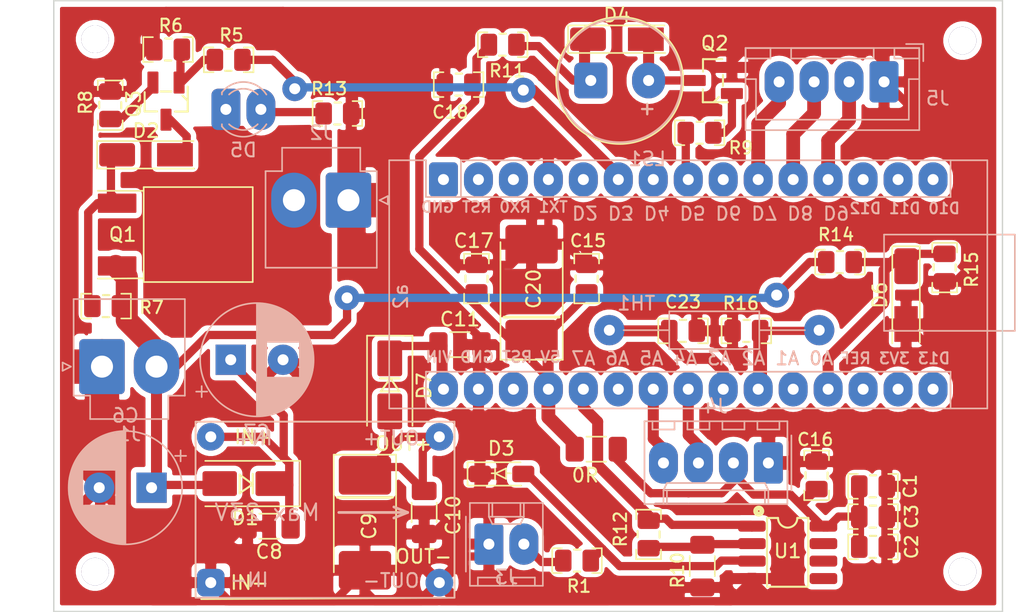
<source format=kicad_pcb>
(kicad_pcb (version 20171130) (host pcbnew "(5.1.10)-1")
  (layers (0 F.Cu signal) (31 B.Cu signal) (34 B.Paste user) (35 F.Paste user) (36 B.SilkS user) (37 F.SilkS user) (38 B.Mask user) (39 F.Mask user) (44 Edge.Cuts user))
  (net 0 "")
  (net 1 /opamp_to_adc)
  (net 2 GND)
  (net 3 /20VDetect)
  (net 4 /env_temp_adc)
  (net 5 /enable_heater)
  (net 6 /enable_env_temp_check)
  (net 7 /sda)
  (net 8 /buzzerPwm)
  (net 9 /scl)
  (net 10 V5.0)
  (net 11 /rot_right)
  (net 12 /V6.0)
  (net 13 /rot_button)
  (net 14 "Net-(C7-Pad1)")
  (net 15 20V)
  (net 16 "Net-(D2-Pad2)")
  (net 17 "Net-(D2-Pad1)")
  (net 18 "Net-(D3-Pad2)")
  (net 19 "Net-(D4-Pad2)")
  (net 20 "Net-(D4-Pad1)")
  (net 21 "Net-(D5-PadK)")
  (net 22 /heaterPower)
  (net 23 /thermal_couple)
  (net 24 "Net-(Q2-PadB)")
  (net 25 "Net-(Q3-PadB)")
  (net 26 "Net-(Q3-PadE)")
  (net 27 "Net-(R10-Pad1)")
  (net 28 "Net-(C10-Pad1)")
  (net 29 /rot_left)
  (net 30 "Net-(a2-Pad1)")
  (net 31 "Net-(a2-Pad17)")
  (net 32 "Net-(a2-Pad2)")
  (net 33 "Net-(a2-Pad18)")
  (net 34 "Net-(a2-Pad3)")
  (net 35 "Net-(a2-Pad20)")
  (net 36 "Net-(a2-Pad5)")
  (net 37 "Net-(a2-Pad7)")
  (net 38 "Net-(a2-Pad9)")
  (net 39 "Net-(a2-Pad25)")
  (net 40 "Net-(a2-Pad28)")
  (net 41 "Net-(a2-Pad13)")
  (net 42 "Net-(a2-Pad14)")
  (net 43 "Net-(a2-Pad15)")
  (net 44 "Net-(a2-Pad16)")
  (module myFootPrintLibs:Arduino_Nano (layer B.Cu) (at 32.1 17 270)
    (fp_text reference a2 (at 8.5 3.1 270) (layer B.SilkS) (effects (justify mirror)))
    (fp_text value Arduino_Nano_v2.x)
    (fp_text user "D2 D3 D4 D5 D6 D7 D8 D9" (at 2.4 -19.4 180 unlocked) (layer B.SilkS) (effects (font (size 0.96 0.96)) (justify mirror)))
    (fp_text user "D10 D11 D12" (at 2.1 -33.5 180) (layer B.SilkS) (effects (font (size 0.78 0.78)) (justify mirror)))
    (fp_text user "D13 3V3 REF" (at 13 -32.8) (layer B.SilkS) (effects (font (size 0.8 0.8)) (justify mirror)))
    (fp_text user "A0 A1 A2 A3 A4 A5 A6 A7" (at 13 -18.8 unlocked) (layer B.SilkS) (effects (font (size 0.96 0.96)) (justify mirror)))
    (fp_text user "5V RST GND VIN" (at 12.9 -3.6) (layer B.SilkS) (effects (font (size 0.8 0.8)) (justify mirror)))
    (fp_text user "TX1 RX0 RST GND" (at 2 -3.7) (layer B.SilkS) (effects (font (size 0.78 0.78)) (justify mirror)))
    (pad 1 thru_hole roundrect (at 0 0 270) (size 2.5 2.1) (drill 0.8) (layers *.Cu *.Mask) (roundrect_rratio 0.15) (net 30 "Net-(a2-Pad1)"))
    (pad 17 thru_hole oval (at 15.24 -33.02 270) (size 2.5 2.1) (drill 0.8) (layers *.Cu *.Mask) (net 31 "Net-(a2-Pad17)"))
    (pad 2 thru_hole oval (at 0 -2.54 270) (size 2.5 2.1) (drill 0.8) (layers *.Cu *.Mask) (net 32 "Net-(a2-Pad2)"))
    (pad 18 thru_hole oval (at 15.24 -30.48 270) (size 2.5 2.1) (drill 0.8) (layers *.Cu *.Mask) (net 33 "Net-(a2-Pad18)"))
    (pad 3 thru_hole oval (at 0 -5.08 270) (size 2.5 2.1) (drill 0.8) (layers *.Cu *.Mask) (net 34 "Net-(a2-Pad3)"))
    (pad 19 thru_hole oval (at 15.24 -27.94 270) (size 2.5 2.1) (drill 0.8) (layers *.Cu *.Mask) (net 3 /20VDetect))
    (pad 4 thru_hole oval (at 0 -7.62 270) (size 2.5 2.1) (drill 0.8) (layers *.Cu *.Mask) (net 2 GND))
    (pad 20 thru_hole oval (at 15.24 -25.4 270) (size 2.5 2.1) (drill 0.8) (layers *.Cu *.Mask) (net 35 "Net-(a2-Pad20)"))
    (pad 5 thru_hole oval (at 0 -10.16 270) (size 2.5 2.1) (drill 0.8) (layers *.Cu *.Mask) (net 36 "Net-(a2-Pad5)"))
    (pad 21 thru_hole oval (at 15.24 -22.86 270) (size 2.5 2.1) (drill 0.8) (layers *.Cu *.Mask) (net 4 /env_temp_adc))
    (pad 6 thru_hole oval (at 0 -12.7 270) (size 2.5 2.1) (drill 0.8) (layers *.Cu *.Mask) (net 5 /enable_heater))
    (pad 22 thru_hole oval (at 15.24 -20.32 270) (size 2.5 2.1) (drill 0.8) (layers *.Cu *.Mask) (net 6 /enable_env_temp_check))
    (pad 7 thru_hole oval (at 0 -15.24 270) (size 2.5 2.1) (drill 0.8) (layers *.Cu *.Mask) (net 37 "Net-(a2-Pad7)"))
    (pad 23 thru_hole oval (at 15.24 -17.78 270) (size 2.5 2.1) (drill 0.8) (layers *.Cu *.Mask) (net 7 /sda))
    (pad 8 thru_hole oval (at 0 -17.78 270) (size 2.5 2.1) (drill 0.8) (layers *.Cu *.Mask) (net 8 /buzzerPwm))
    (pad 24 thru_hole oval (at 15.24 -15.24 270) (size 2.5 2.1) (drill 0.8) (layers *.Cu *.Mask) (net 9 /scl))
    (pad 9 thru_hole oval (at 0 -20.32 270) (size 2.5 2.1) (drill 0.8) (layers *.Cu *.Mask) (net 38 "Net-(a2-Pad9)"))
    (pad 25 thru_hole oval (at 15.24 -12.7 270) (size 2.5 2.1) (drill 0.8) (layers *.Cu *.Mask) (net 39 "Net-(a2-Pad25)"))
    (pad 10 thru_hole oval (at 0 -22.86 270) (size 2.5 2.1) (drill 0.8) (layers *.Cu *.Mask) (net 13 /rot_button))
    (pad 26 thru_hole oval (at 15.24 -10.16 270) (size 2.5 2.1) (drill 0.8) (layers *.Cu *.Mask) (net 1 /opamp_to_adc))
    (pad 11 thru_hole oval (at 0 -25.4 270) (size 2.5 2.1) (drill 0.8) (layers *.Cu *.Mask) (net 29 /rot_left))
    (pad 27 thru_hole oval (at 15.24 -7.62 270) (size 2.5 2.1) (drill 0.8) (layers *.Cu *.Mask) (net 10 V5.0))
    (pad 12 thru_hole oval (at 0 -27.94 270) (size 2.5 2.1) (drill 0.8) (layers *.Cu *.Mask) (net 11 /rot_right))
    (pad 28 thru_hole oval (at 15.24 -5.08 270) (size 2.5 2.1) (drill 0.8) (layers *.Cu *.Mask) (net 40 "Net-(a2-Pad28)"))
    (pad 13 thru_hole oval (at 0 -30.48 270) (size 2.5 2.1) (drill 0.8) (layers *.Cu *.Mask) (net 41 "Net-(a2-Pad13)"))
    (pad 29 thru_hole oval (at 15.24 -2.54 270) (size 2.5 2.1) (drill 0.8) (layers *.Cu *.Mask) (net 2 GND))
    (pad 14 thru_hole oval (at 0 -33.02 270) (size 2.5 2.1) (drill 0.8) (layers *.Cu *.Mask) (net 42 "Net-(a2-Pad14)"))
    (pad 30 thru_hole oval (at 15.24 0 270) (size 2.5 2.1) (drill 0.8) (layers *.Cu *.Mask) (net 12 /V6.0))
    (pad 15 thru_hole oval (at 0 -35.56 270) (size 2.5 2.1) (drill 0.8) (layers *.Cu *.Mask) (net 43 "Net-(a2-Pad15)"))
    (pad 16 thru_hole oval (at 15.24 -35.56 270) (size 2.5 2.1) (drill 0.8) (layers *.Cu *.Mask) (net 44 "Net-(a2-Pad16)"))
  )
  (module myFootPrintLibs:CP_EIA-7343-20_Kemet-V_Pad2.25x2.55mm_HandSolder (layer F.Cu) (at 26.4 41.9 270)
    (fp_text reference C9 (at 0.3 -0.3 90) (layer F.SilkS))
    (fp_text value 220uf)
    (pad 1 smd roundrect (at -3.4 0 270) (size 2.8 3.8) (layers F.Cu F.Paste F.Mask) (roundrect_rratio 0.111) (net 28 "Net-(C10-Pad1)"))
    (pad 2 smd roundrect (at 3.5 0 270) (size 2.8 3.8) (layers F.Cu F.Paste F.Mask) (roundrect_rratio 0.111) (net 2 GND))
  )
  (module myFootPrintLibs:CP_EIA-7343-20_Kemet-V_Pad2.25x2.55mm_HandSolder (layer F.Cu) (at 38.5 25.2 90)
    (fp_text reference C17 (at 3.75 -4.2) (layer F.SilkS))
    (fp_text value 220uf)
    (pad 2 smd roundrect (at 3.5 0 90) (size 2.8 3.8) (layers F.Cu F.Paste F.Mask) (roundrect_rratio 0.111) (net 2 GND))
    (pad 1 smd roundrect (at -3.4 0 90) (size 2.8 3.8) (layers F.Cu F.Paste F.Mask) (roundrect_rratio 0.111) (net 10 V5.0))
  )
  (module myFootPrintLibs:D_MiniMELF_Handsoldering_Zener (layer F.Cu) (at 10.5 15.2)
    (fp_text reference D2 (at 0 -1.75) (layer F.SilkS))
    (fp_text value 5V)
    (pad 2 smd roundrect (at 2.1 0) (size 2.6 1.7) (layers F.Cu F.Paste F.Mask) (roundrect_rratio 0.02) (net 16 "Net-(D2-Pad2)"))
    (pad 1 smd roundrect (at -2.1 0) (size 2.6 1.7) (layers F.Cu F.Paste F.Mask) (roundrect_rratio 0.15) (net 17 "Net-(D2-Pad1)"))
  )
  (module myFootPrintLibs:D_MiniMELF_Handsoldering_Zener (layer F.Cu) (at 65.7 25.4 270)
    (fp_text reference D6 (at 0 1.9 90) (layer F.SilkS))
    (fp_text value 4v)
    (pad 2 smd roundrect (at 2.1 0 270) (size 2.6 1.7) (layers F.Cu F.Paste F.Mask) (roundrect_rratio 0.02) (net 2 GND))
    (pad 1 smd roundrect (at -2.1 0 270) (size 2.6 1.7) (layers F.Cu F.Paste F.Mask) (roundrect_rratio 0.15) (net 3 /20VDetect))
  )
  (module myFootPrintLibs:D_MiniMELF_Handsoldering_Zener (layer F.Cu) (at 44.7 6.8)
    (fp_text reference D4 (at 0 -1.75) (layer F.SilkS))
    (fp_text value 1N4148)
    (pad 1 smd roundrect (at -2.1 0) (size 2.6 1.7) (layers F.Cu F.Paste F.Mask) (roundrect_rratio 0.15) (net 20 "Net-(D4-Pad1)"))
    (pad 2 smd roundrect (at 2.1 0) (size 2.6 1.7) (layers F.Cu F.Paste F.Mask) (roundrect_rratio 0.02) (net 19 "Net-(D4-Pad2)"))
  )
  (module myFootPrintLibs:D_SOD-323 (layer F.Cu) (at 36.3 38.4)
    (fp_text reference D3 (at 0 -1.85) (layer F.SilkS))
    (fp_text value "1N5819 S4")
    (pad 2 smd roundrect (at 1.6 0) (size 1.6 1.2) (layers F.Cu F.Paste F.Mask) (roundrect_rratio 0.2) (net 18 "Net-(D3-Pad2)"))
    (pad 1 smd roundrect (at -1.55 0) (size 1.6 1.2) (layers F.Cu F.Paste F.Mask) (roundrect_rratio 0.2) (net 2 GND))
  )
  (module myFootPrintLibs:D_SMA_Handsoldering (layer F.Cu) (at 28.2 32 270)
    (fp_text reference D7 (at 0 -2.5 270) (layer F.SilkS))
    (fp_text value 1N4007)
    (pad 2 smd roundrect (at 1.85 0 270) (size 2.6 1.8) (layers F.Cu F.Paste F.Mask) (roundrect_rratio 0.1) (net 28 "Net-(C10-Pad1)"))
    (pad 1 smd roundrect (at -2 0 270) (size 2.6 1.8) (layers F.Cu F.Paste F.Mask) (roundrect_rratio 0.1) (net 12 /V6.0))
  )
  (module myFootPrintLibs:D_SMA_Handsoldering (layer F.Cu) (at 17.7 39.1 180)
    (fp_text reference D1 (at 0 -2.5) (layer F.SilkS))
    (fp_text value 1N4007)
    (pad 1 smd roundrect (at -2 0 180) (size 2.5 1.8) (layers F.Cu F.Paste F.Mask) (roundrect_rratio 0.1) (net 14 "Net-(C7-Pad1)"))
    (pad 2 smd roundrect (at 1.85 0 180) (size 2.5 1.8) (layers F.Cu F.Paste F.Mask) (roundrect_rratio 0.1) (net 15 20V))
  )
  (module Resistor_SMD:R_1206_3216Metric_Pad1.30x1.75mm_HandSolder (layer F.Cu) (at 50.9 45.1 270)
    (fp_text reference R10 (at 0.3 1.8 90) (layer F.SilkS) (effects (font (size 0.9 0.9))))
    (fp_text value 1k)
    (pad 2 smd roundrect (at 1.55 0 270) (size 1.3 1.75) (layers F.Cu F.Paste F.Mask) (roundrect_rratio 0.1923069230769231) (net 2 GND))
    (pad 1 smd roundrect (at -1.55 0 270) (size 1.3 1.75) (layers F.Cu F.Paste F.Mask) (roundrect_rratio 0.1923069230769231) (net 27 "Net-(R10-Pad1)"))
  )
  (module myFootPrintLibs:R_C_0805_2012Metric_Pad1.20x1.50mm_HandSolder (layer F.Cu) (at 7.6 26.2)
    (fp_text reference R7 (at 3.3 0.1) (layer F.SilkS) (effects (font (size 0.9 0.9))))
    (fp_text value 2k)
    (pad 2 smd roundrect (at 1 0) (size 1.2 1.6) (layers F.Cu F.Paste F.Mask) (roundrect_rratio 0.208) (net 15 20V))
    (pad 1 smd roundrect (at -1 0) (size 1.2 1.6) (layers F.Cu F.Paste F.Mask) (roundrect_rratio 0.208) (net 17 "Net-(D2-Pad1)"))
  )
  (module myFootPrintLibs:R_C_0805_2012Metric_Pad1.20x1.50mm_HandSolder (layer F.Cu) (at 34.5 24.2 90)
    (fp_text reference C20 (at -0.75 4.15 90) (layer F.SilkS))
    (fp_text value 100nf)
    (pad 2 smd roundrect (at 1 0 90) (size 1.2 1.6) (layers F.Cu F.Paste F.Mask) (roundrect_rratio 0.208) (net 2 GND))
    (pad 1 smd roundrect (at -1 0 90) (size 1.2 1.6) (layers F.Cu F.Paste F.Mask) (roundrect_rratio 0.208) (net 10 V5.0))
  )
  (module myFootPrintLibs:R_C_0805_2012Metric_Pad1.20x1.50mm_HandSolder (layer F.Cu) (at 54.1 28 180)
    (fp_text reference R16 (at 0.4 2) (layer F.SilkS) (effects (font (size 0.9 0.9))))
    (fp_text value 2k)
    (pad 2 smd roundrect (at 1 0 180) (size 1.2 1.6) (layers F.Cu F.Paste F.Mask) (roundrect_rratio 0.208) (net 2 GND))
    (pad 1 smd roundrect (at -1 0 180) (size 1.2 1.6) (layers F.Cu F.Paste F.Mask) (roundrect_rratio 0.208) (net 4 /env_temp_adc))
  )
  (module myFootPrintLibs:R_C_0805_2012Metric_Pad1.20x1.50mm_HandSolder (layer F.Cu) (at 68.5 23.4 270)
    (fp_text reference R15 (at 0.15 -1.95 90) (layer F.SilkS) (effects (font (size 0.9 0.9))))
    (fp_text value 20k)
    (pad 2 smd roundrect (at 1 0 270) (size 1.2 1.6) (layers F.Cu F.Paste F.Mask) (roundrect_rratio 0.208) (net 2 GND))
    (pad 1 smd roundrect (at -1 0 270) (size 1.2 1.6) (layers F.Cu F.Paste F.Mask) (roundrect_rratio 0.208) (net 3 /20VDetect))
  )
  (module myFootPrintLibs:R_C_0805_2012Metric_Pad1.20x1.50mm_HandSolder (layer F.Cu) (at 60.9 23)
    (fp_text reference R14 (at -0.29 -1.99) (layer F.SilkS) (effects (font (size 0.9 0.9))))
    (fp_text value 75k)
    (pad 2 smd roundrect (at 1 0) (size 1.2 1.6) (layers F.Cu F.Paste F.Mask) (roundrect_rratio 0.208) (net 3 /20VDetect))
    (pad 1 smd roundrect (at -1 0) (size 1.2 1.6) (layers F.Cu F.Paste F.Mask) (roundrect_rratio 0.208) (net 15 20V))
  )
  (module myFootPrintLibs:R_C_0805_2012Metric_Pad1.20x1.50mm_HandSolder (layer F.Cu) (at 24.4 12.2 180)
    (fp_text reference R13 (at 0.6 1.8) (layer F.SilkS) (effects (font (size 0.9 0.9))))
    (fp_text value 4k)
    (pad 2 smd roundrect (at 1 0 180) (size 1.2 1.6) (layers F.Cu F.Paste F.Mask) (roundrect_rratio 0.208) (net 21 "Net-(D5-PadK)"))
    (pad 1 smd roundrect (at -1 0 180) (size 1.2 1.6) (layers F.Cu F.Paste F.Mask) (roundrect_rratio 0.208) (net 2 GND))
  )
  (module myFootPrintLibs:R_C_0805_2012Metric_Pad1.20x1.50mm_HandSolder (layer F.Cu) (at 47 42.8 270)
    (fp_text reference R12 (at -0.39 2.05 90) (layer F.SilkS) (effects (font (size 0.9 0.9))))
    (fp_text value 240k)
    (pad 2 smd roundrect (at 1 0 270) (size 1.2 1.6) (layers F.Cu F.Paste F.Mask) (roundrect_rratio 0.208) (net 27 "Net-(R10-Pad1)"))
    (pad 1 smd roundrect (at -1 0 270) (size 1.2 1.6) (layers F.Cu F.Paste F.Mask) (roundrect_rratio 0.208) (net 1 /opamp_to_adc))
  )
  (module myFootPrintLibs:R_C_0805_2012Metric_Pad1.20x1.50mm_HandSolder (layer F.Cu) (at 36.4 7.2)
    (fp_text reference R11 (at 0.33 1.9) (layer F.SilkS) (effects (font (size 0.9 0.9))))
    (fp_text value 280)
    (pad 2 smd roundrect (at 1 0) (size 1.2 1.6) (layers F.Cu F.Paste F.Mask) (roundrect_rratio 0.208) (net 20 "Net-(D4-Pad1)"))
    (pad 1 smd roundrect (at -1 0) (size 1.2 1.6) (layers F.Cu F.Paste F.Mask) (roundrect_rratio 0.208) (net 10 V5.0))
  )
  (module myFootPrintLibs:R_C_0805_2012Metric_Pad1.20x1.50mm_HandSolder (layer F.Cu) (at 50.7 13.6 180)
    (fp_text reference R9 (at -3 -1.1) (layer F.SilkS) (effects (font (size 0.9 0.9))))
    (fp_text value 4k)
    (pad 2 smd roundrect (at 1 0 180) (size 1.2 1.6) (layers F.Cu F.Paste F.Mask) (roundrect_rratio 0.208) (net 8 /buzzerPwm))
    (pad 1 smd roundrect (at -1 0 180) (size 1.2 1.6) (layers F.Cu F.Paste F.Mask) (roundrect_rratio 0.208) (net 24 "Net-(Q2-PadB)"))
  )
  (module myFootPrintLibs:R_C_0805_2012Metric_Pad1.20x1.50mm_HandSolder (layer F.Cu) (at 7.9 11.6 270)
    (fp_text reference R8 (at -0.2 1.8 90) (layer F.SilkS) (effects (font (size 0.9 0.9))))
    (fp_text value 180)
    (pad 2 smd roundrect (at 1 0 270) (size 1.2 1.6) (layers F.Cu F.Paste F.Mask) (roundrect_rratio 0.208) (net 26 "Net-(Q3-PadE)"))
    (pad 1 smd roundrect (at -1 0 270) (size 1.2 1.6) (layers F.Cu F.Paste F.Mask) (roundrect_rratio 0.208) (net 2 GND))
  )
  (module myFootPrintLibs:R_C_0805_2012Metric_Pad1.20x1.50mm_HandSolder (layer F.Cu) (at 12.1 7.55 180)
    (fp_text reference R6 (at -0.2 1.75) (layer F.SilkS) (effects (font (size 0.9 0.9))))
    (fp_text value 18k)
    (pad 2 smd roundrect (at 1 0 180) (size 1.2 1.6) (layers F.Cu F.Paste F.Mask) (roundrect_rratio 0.208) (net 2 GND))
    (pad 1 smd roundrect (at -1 0 180) (size 1.2 1.6) (layers F.Cu F.Paste F.Mask) (roundrect_rratio 0.208) (net 25 "Net-(Q3-PadB)"))
  )
  (module myFootPrintLibs:R_C_0805_2012Metric_Pad1.20x1.50mm_HandSolder (layer F.Cu) (at 16.5 8.3)
    (fp_text reference R5 (at 0.2 -1.8) (layer F.SilkS) (effects (font (size 0.9 0.9))))
    (fp_text value 4k)
    (pad 2 smd roundrect (at 1 0) (size 1.2 1.6) (layers F.Cu F.Paste F.Mask) (roundrect_rratio 0.208) (net 5 /enable_heater))
    (pad 1 smd roundrect (at -1 0) (size 1.2 1.6) (layers F.Cu F.Paste F.Mask) (roundrect_rratio 0.208) (net 25 "Net-(Q3-PadB)"))
  )
  (module myFootPrintLibs:R_C_0805_2012Metric_Pad1.20x1.50mm_HandSolder (layer F.Cu) (at 41.8 44.7 180)
    (fp_text reference R1 (at -0.14 -1.86) (layer F.SilkS) (effects (font (size 0.9 0.9))))
    (fp_text value 10k)
    (pad 2 smd roundrect (at 1 0 180) (size 1.2 1.6) (layers F.Cu F.Paste F.Mask) (roundrect_rratio 0.208) (net 23 /thermal_couple))
    (pad 1 smd roundrect (at -1 0 180) (size 1.2 1.6) (layers F.Cu F.Paste F.Mask) (roundrect_rratio 0.208) (net 18 "Net-(D3-Pad2)"))
  )
  (module myFootPrintLibs:R_C_0805_2012Metric_Pad1.20x1.50mm_HandSolder (layer F.Cu) (at 49.5 28)
    (fp_text reference C23 (at 0 -2.1) (layer F.SilkS) (effects (font (size 0.9 0.9))))
    (fp_text value 100nf)
    (pad 2 smd roundrect (at 1 0) (size 1.2 1.6) (layers F.Cu F.Paste F.Mask) (roundrect_rratio 0.208) (net 2 GND))
    (pad 1 smd roundrect (at -1 0) (size 1.2 1.6) (layers F.Cu F.Paste F.Mask) (roundrect_rratio 0.208) (net 6 /enable_env_temp_check))
  )
  (module myFootPrintLibs:R_C_0805_2012Metric_Pad1.20x1.50mm_HandSolder (layer F.Cu) (at 33.2 10.1 180)
    (fp_text reference C18 (at 0.6 -2) (layer F.SilkS) (effects (font (size 0.9 0.9))))
    (fp_text value 22uf)
    (pad 2 smd roundrect (at 1 0 180) (size 1.2 1.6) (layers F.Cu F.Paste F.Mask) (roundrect_rratio 0.208) (net 2 GND))
    (pad 1 smd roundrect (at -1 0 180) (size 1.2 1.6) (layers F.Cu F.Paste F.Mask) (roundrect_rratio 0.208) (net 10 V5.0))
  )
  (module myFootPrintLibs:R_C_0805_2012Metric_Pad1.20x1.50mm_HandSolder (layer F.Cu) (at 59.2 38.5 90)
    (fp_text reference C16 (at 2.6 -0.1 180) (layer F.SilkS) (effects (font (size 0.9 0.9))))
    (fp_text value 47uf)
    (pad 2 smd roundrect (at 1 0 90) (size 1.2 1.6) (layers F.Cu F.Paste F.Mask) (roundrect_rratio 0.208) (net 2 GND))
    (pad 1 smd roundrect (at -1 0 90) (size 1.2 1.6) (layers F.Cu F.Paste F.Mask) (roundrect_rratio 0.208) (net 10 V5.0))
  )
  (module myFootPrintLibs:R_C_0805_2012Metric_Pad1.20x1.50mm_HandSolder (layer F.Cu) (at 42.5 24.2 90)
    (fp_text reference C15 (at 2.75 0.1) (layer F.SilkS) (effects (font (size 0.9 0.9))))
    (fp_text value 22uf)
    (pad 2 smd roundrect (at 1 0 90) (size 1.2 1.6) (layers F.Cu F.Paste F.Mask) (roundrect_rratio 0.208) (net 2 GND))
    (pad 1 smd roundrect (at -1 0 90) (size 1.2 1.6) (layers F.Cu F.Paste F.Mask) (roundrect_rratio 0.208) (net 10 V5.0))
  )
  (module myFootPrintLibs:R_C_0805_2012Metric_Pad1.20x1.50mm_HandSolder (layer F.Cu) (at 63.3 41.5)
    (fp_text reference C3 (at 2.8 0 90) (layer F.SilkS) (effects (font (size 0.9 0.9))))
    (fp_text value 10nf)
    (pad 2 smd roundrect (at 1 0) (size 1.2 1.6) (layers F.Cu F.Paste F.Mask) (roundrect_rratio 0.208) (net 2 GND))
    (pad 1 smd roundrect (at -1 0) (size 1.2 1.6) (layers F.Cu F.Paste F.Mask) (roundrect_rratio 0.208) (net 10 V5.0))
  )
  (module myFootPrintLibs:R_C_0805_2012Metric_Pad1.20x1.50mm_HandSolder (layer F.Cu) (at 63.3 43.7)
    (fp_text reference C2 (at 2.8 0 270) (layer F.SilkS) (effects (font (size 0.9 0.9))))
    (fp_text value 100nf)
    (pad 2 smd roundrect (at 1 0) (size 1.2 1.6) (layers F.Cu F.Paste F.Mask) (roundrect_rratio 0.208) (net 2 GND))
    (pad 1 smd roundrect (at -1 0) (size 1.2 1.6) (layers F.Cu F.Paste F.Mask) (roundrect_rratio 0.208) (net 10 V5.0))
  )
  (module myFootPrintLibs:R_C_0805_2012Metric_Pad1.20x1.50mm_HandSolder (layer F.Cu) (at 63.3 39.3)
    (fp_text reference C1 (at 2.7 0 90) (layer F.SilkS) (effects (font (size 0.9 0.9))))
    (fp_text value 22uf)
    (pad 2 smd roundrect (at 1 0) (size 1.2 1.6) (layers F.Cu F.Paste F.Mask) (roundrect_rratio 0.208) (net 2 GND))
    (pad 1 smd roundrect (at -1 0) (size 1.2 1.6) (layers F.Cu F.Paste F.Mask) (roundrect_rratio 0.208) (net 10 V5.0))
  )
  (module myFootPrintLibs:TO-252-2 (layer F.Cu) (at 12.8 21)
    (fp_text reference Q1 (at -4 0) (layer F.SilkS))
    (fp_text value AOD403_pmosfet)
    (pad D smd roundrect (at 2 0) (size 6.6 6) (layers F.Cu F.Mask) (roundrect_rratio 0.05) (net 22 /heaterPower))
    (pad S smd roundrect (at -4.4 2.28) (size 2.8 1.4) (layers F.Cu F.Paste F.Mask) (roundrect_rratio 0.05) (net 15 20V))
    (pad G smd roundrect (at -4.4 -2.28) (size 2.8 1.4) (layers F.Cu F.Paste F.Mask) (roundrect_rratio 0.05) (net 17 "Net-(D2-Pad1)"))
  )
  (module Capacitor_SMD:C_1206_3216Metric_Pad1.33x1.80mm_HandSolder (layer F.Cu) (at 43.2 36.6 180)
    (fp_text reference 0R (at 0.8 -1.9) (layer F.SilkS))
    (fp_text value C_1206)
    (pad 1 smd roundrect (at -1.5625 0 180) (size 1.325 1.8) (layers F.Cu F.Paste F.Mask) (roundrect_rratio 0.189) (net 10 V5.0))
    (pad 2 smd roundrect (at 1.5625 0 180) (size 1.325 1.8) (layers F.Cu F.Paste F.Mask) (roundrect_rratio 0.189) (net 10 V5.0))
  )
  (module myFootPrintLibs:mini360_dcdc_buck_module (layer B.Cu) (at 23.5 41)
    (fp_text reference a1 hide)
    (fp_text value mini360_dcdc_stepdown)
    (fp_text user IN+ (at -5.2 -5.2) (layer B.SilkS) (effects (justify mirror)))
    (fp_text user IN+ (at -5.2 -5.3 unlocked) (layer F.SilkS))
    (fp_text user OUT- (at 9.3 3.4 unlocked) (layer F.SilkS) (effects (justify right)))
    (fp_text user IN- (at -4 5.3 unlocked) (layer F.SilkS) (effects (justify right)))
    (fp_text user "Max 23V" (at -4.2 0.2) (layer B.SilkS) (effects (font (size 1.2 1.2)) (justify mirror)))
    (fp_text user OUT+ (at 4.8 -5.2) (layer B.SilkS) (effects (justify mirror)))
    (fp_text user IN- (at -5.5 5.1 unlocked) (layer B.SilkS) (effects (justify mirror)))
    (fp_text user OUT- (at 4.8 5.15 unlocked) (layer B.SilkS) (effects (justify mirror)))
    (fp_text user OUT+ (at 5.7 -4.8 unlocked) (layer F.SilkS))
    (pad 2 thru_hole circle (at -8.3 -5.3) (size 2 2) (drill 0.8) (layers *.Cu *.Mask) (net 14 "Net-(C7-Pad1)"))
    (pad 3 thru_hole circle (at 8.3 -5.3) (size 2 2) (drill 0.8) (layers *.Cu *.Mask) (net 28 "Net-(C10-Pad1)"))
    (pad 4 thru_hole circle (at 8.3 5.3) (size 2 2) (drill 0.8) (layers *.Cu *.Mask) (net 2 GND))
    (pad 1 thru_hole roundrect (at -8.3 5.3) (size 2 2) (drill 0.8) (layers *.Cu *.Mask) (net 2 GND))
  )
  (module myFootPrintLibs:SO-8_3.9x4.9mm_P1.27mm (layer F.Cu) (at 57.1 44.1)
    (fp_text reference U1 (at 0 -0.1 180) (layer F.SilkS))
    (fp_text value MCP6002)
    (pad 8 smd roundrect (at 2.6 -1.905) (size 2 0.8) (layers F.Cu F.Paste F.Mask) (net 10 V5.0))
    (pad 7 smd roundrect (at 2.6 -0.635) (size 2 0.8) (layers F.Cu F.Paste F.Mask))
    (pad 6 smd roundrect (at 2.6 0.635) (size 2 0.8) (layers F.Cu F.Paste F.Mask))
    (pad 5 smd roundrect (at 2.6 1.905) (size 2 0.8) (layers F.Cu F.Paste F.Mask))
    (pad 4 smd roundrect (at -2.6 1.905) (size 2 0.8) (layers F.Cu F.Paste F.Mask) (net 2 GND))
    (pad 3 smd roundrect (at -2.6 0.635) (size 2 0.8) (layers F.Cu F.Paste F.Mask) (net 18 "Net-(D3-Pad2)"))
    (pad 2 smd roundrect (at -2.6 -0.635) (size 2 0.8) (layers F.Cu F.Paste F.Mask) (net 27 "Net-(R10-Pad1)"))
    (pad 1 smd roundrect (at -2.6 -1.905) (size 2 0.8) (layers F.Cu F.Paste F.Mask) (net 1 /opamp_to_adc))
  )
  (module Resistor_THT:R_Axial_DIN0207_L6.3mm_D2.5mm_P15.24mm_Horizontal (layer B.Cu) (at 44.15 27.95)
    (fp_text reference TH1 (at 1.95 -1.95 180) (layer B.SilkS) (effects (justify mirror)))
    (fp_text value "Thermistor_NTC 10k")
    (pad 2 thru_hole circle (at 15.24 0) (size 2.2 2.2) (drill 0.8) (layers *.Cu *.Mask) (net 4 /env_temp_adc))
    (pad 1 thru_hole circle (at 0 0) (size 2.2 2.2) (drill 0.8) (layers *.Cu *.Mask) (net 6 /enable_env_temp_check))
  )
  (module myFootPrintLibs:Molex_KK-254_AE-6410-02A_1x02_P2.54mm_Vertical (layer B.Cu) (at 35.4 43.5)
    (fp_text reference J3 (at 1.27 2.4) (layer B.SilkS) (effects (justify mirror)))
    (fp_text value "Thermo JST_2.54_1X02")
    (pad 1 thru_hole roundrect (at 0 0) (size 2.1 3) (drill 0.8) (layers *.Cu *.Mask) (roundrect_rratio 0.144) (net 2 GND))
    (pad 2 thru_hole oval (at 2.54 0) (size 2.1 3) (drill 0.8) (layers *.Cu *.Mask) (net 23 /thermal_couple))
  )
  (module myFootPrintLibs:CP_Radial_D8.0mm_P3.80mm (layer B.Cu) (at 16.65 30.1)
    (fp_text reference C7 (at 1.9 5.25 180) (layer B.SilkS) (effects (justify mirror)))
    (fp_text value 470uf)
    (pad 2 thru_hole circle (at 3.8 0) (size 2.2 2.2) (drill 0.8) (layers *.Cu *.Mask) (net 2 GND))
    (pad 1 thru_hole rect (at 0 0) (size 2.2 2.2) (drill 0.8) (layers *.Cu *.Mask) (net 14 "Net-(C7-Pad1)"))
  )
  (module myFootPrintLibs:CP_Radial_D8.0mm_P3.80mm (layer B.Cu) (at 10.9 39.4 180)
    (fp_text reference C6 (at 1.9 5.25 180) (layer B.SilkS) (effects (justify mirror)))
    (fp_text value 470uf)
    (pad 2 thru_hole circle (at 3.8 0 180) (size 2.2 2.2) (drill 0.8) (layers *.Cu *.Mask) (net 2 GND))
    (pad 1 thru_hole rect (at 0 0 180) (size 2.2 2.2) (drill 0.8) (layers *.Cu *.Mask) (net 15 20V))
  )
  (module myFootPrintLibs:JST_VH_B2P-VH-B_1x02_P3.96mm_Vertical (layer B.Cu) (at 7.3 30.6)
    (fp_text reference J1 (at 1.98 4.9) (layer B.SilkS) (effects (justify mirror)))
    (fp_text value "VH3.96_1X02 20V Power")
    (pad 2 thru_hole oval (at 3.96 0) (size 3.3 4) (drill 1.6) (layers *.Cu *.Mask) (net 15 20V))
    (pad 1 thru_hole roundrect (at 0 0) (size 3.3 4) (drill 1.6) (layers *.Cu *.Mask) (roundrect_rratio 0.093) (net 2 GND))
  )
  (module myFootPrintLibs:JST_VH_B2P-VH-B_1x02_P3.96mm_Vertical (layer B.Cu) (at 25.2 18.5 180)
    (fp_text reference J2 (at 1.98 4.9) (layer B.SilkS) (effects (justify mirror)))
    (fp_text value "Heater VH3.96_1X02")
    (pad 2 thru_hole oval (at 3.96 0 180) (size 3.3 4) (drill 1.6) (layers *.Cu *.Mask) (net 22 /heaterPower))
    (pad 1 thru_hole roundrect (at 0 0 180) (size 3.3 4) (drill 1.6) (layers *.Cu *.Mask) (roundrect_rratio 0.093) (net 2 GND))
  )
  (module myFootPrintLibs:Molex_KK-254_AE-6410-04A_1x04_P2.54mm_Vertical (layer B.Cu) (at 55.7 37.6 180)
    (fp_text reference J4 (at 3.81 4.12) (layer B.SilkS) (effects (justify mirror)))
    (fp_text value JST_2.54_1X04_LCD)
    (pad 4 thru_hole oval (at 7.62 0 180) (size 2.1 3) (drill 0.8) (layers *.Cu *.Mask) (net 9 /scl))
    (pad 3 thru_hole oval (at 5.08 0 180) (size 2.1 3) (drill 0.8) (layers *.Cu *.Mask) (net 7 /sda))
    (pad 2 thru_hole oval (at 2.54 0 180) (size 2.1 3) (drill 0.8) (layers *.Cu *.Mask) (net 10 V5.0))
    (pad 1 thru_hole roundrect (at 0 0 180) (size 2.1 3) (drill 0.8) (layers *.Cu *.Mask) (roundrect_rratio 0.144) (net 2 GND))
  )
  (module myFootPrintLibs:JST_XH_1x04_P2.54mm_Vertical (layer B.Cu) (at 64.1 9.9 180)
    (fp_text reference J5 (at -3.9 -1.2 180) (layer B.SilkS) (effects (justify mirror)))
    (fp_text value XH2.54_1X04_RotaryEnc)
    (pad 4 thru_hole oval (at 7.62 0 180) (size 2.1 3) (drill 0.8) (layers *.Cu *.Mask) (net 13 /rot_button))
    (pad 3 thru_hole oval (at 5.08 0 180) (size 2.1 3) (drill 0.8) (layers *.Cu *.Mask) (net 29 /rot_left))
    (pad 1 thru_hole roundrect (at 0 0 180) (size 2.1 3) (drill 0.8) (layers *.Cu *.Mask) (roundrect_rratio 0.147) (net 2 GND))
    (pad 2 thru_hole oval (at 2.54 0 180) (size 2.1 3) (drill 0.8) (layers *.Cu *.Mask) (net 11 /rot_right))
  )
  (module myFootPrintLibs:SOT-23_PNP_NPN (layer F.Cu) (at 11.95 11.3 270)
    (fp_text reference Q3 (at 0.2 2.35 90) (layer F.SilkS))
    (fp_text value S8050)
    (pad B smd roundrect (at -1.35 -0.95 270) (size 1.6 0.8) (layers F.Cu F.Paste F.Mask) (roundrect_rratio 0.1) (net 25 "Net-(Q3-PadB)"))
    (pad E smd roundrect (at -1.35 0.95 270) (size 1.6 0.8) (layers F.Cu F.Paste F.Mask) (roundrect_rratio 0.1) (net 26 "Net-(Q3-PadE)"))
    (pad C smd roundrect (at 1.35 0 270) (size 1.6 0.8) (layers F.Cu F.Paste F.Mask) (roundrect_rratio 0.1) (net 16 "Net-(D2-Pad2)"))
  )
  (module myFootPrintLibs:SOT-23_PNP_NPN (layer F.Cu) (at 51.7 9.8 180)
    (fp_text reference Q2 (at -0.1 2.7) (layer F.SilkS))
    (fp_text value S8050)
    (pad B smd roundrect (at -1.35 -0.95 180) (size 1.6 0.8) (layers F.Cu F.Paste F.Mask) (roundrect_rratio 0.1) (net 24 "Net-(Q2-PadB)"))
    (pad E smd roundrect (at -1.35 0.95 180) (size 1.6 0.8) (layers F.Cu F.Paste F.Mask) (roundrect_rratio 0.1) (net 2 GND))
    (pad C smd roundrect (at 1.35 0 180) (size 1.6 0.8) (layers F.Cu F.Paste F.Mask) (roundrect_rratio 0.1) (net 19 "Net-(D4-Pad2)"))
  )
  (module myFootPrintLibs:Buzzer_9x4.2 (layer B.Cu) (at 44.9 9.8)
    (fp_text reference LS1 (at 2 5.7) (layer B.SilkS) (effects (justify mirror)))
    (fp_text value Speaker)
    (fp_text user + (at 2 2) (layer F.SilkS))
    (fp_text user + (at 2 2) (layer B.SilkS) (effects (justify mirror)))
    (pad 1 thru_hole roundrect (at -2.1 0) (size 2.4 2.6) (drill 0.8) (layers *.Cu *.Mask) (roundrect_rratio 0.18) (net 20 "Net-(D4-Pad1)"))
    (pad 2 thru_hole oval (at 2.1 0) (size 2.4 2.6) (drill 0.8) (layers *.Cu *.Mask) (net 19 "Net-(D4-Pad2)"))
  )
  (module myFootPrintLibs:MountingHole_2.0mm (layer F.Cu) (at 69.8 6.9)
    (fp_text reference H4 hide)
    (fp_text value MountingHole hide)
    (pad "" thru_hole circle (at 0 0) (size 2 2) (drill 2) (layers *.Cu *.Mask))
  )
  (module myFootPrintLibs:MountingHole_2.0mm (layer F.Cu) (at 6.8 6.8)
    (fp_text reference H3 hide)
    (fp_text value MountingHole hide)
    (pad "" thru_hole circle (at 0 0) (size 2 2) (drill 2) (layers *.Cu *.Mask))
  )
  (module myFootPrintLibs:MountingHole_2.0mm (layer F.Cu) (at 6.8 45.5)
    (fp_text reference H2 hide)
    (fp_text value MountingHole hide)
    (pad "" thru_hole circle (at 0 0) (size 2 2) (drill 2) (layers *.Cu *.Mask))
  )
  (module myFootPrintLibs:MountingHole_2.0mm (layer F.Cu) (at 69.8 45.5)
    (fp_text reference H1 hide)
    (fp_text value MountingHole hide)
    (pad "" thru_hole circle (at 0 0) (size 2 2) (drill 2) (layers *.Cu *.Mask))
  )
  (module myFootPrintLibs:LED_D3.0mm (layer B.Cu) (at 16.3 11.9)
    (fp_text reference D5 (at 1.27 2.96) (layer B.SilkS) (effects (justify mirror)))
    (fp_text value LED hide)
    (pad K thru_hole oval (at 2.54 0) (size 2.1 3) (drill 0.8) (layers *.Cu *.Mask) (net 21 "Net-(D5-PadK)"))
    (pad A thru_hole roundrect (at 0 0) (size 2.1 3) (drill 0.8) (layers *.Cu *.Mask) (roundrect_rratio 0.22) (net 22 /heaterPower))
  )
  (module Capacitor_SMD:C_1206_3216Metric_Pad1.33x1.80mm_HandSolder (layer F.Cu) (at 33.3 29)
    (fp_text reference C11 (at 0 -1.85) (layer F.SilkS))
    (fp_text value 47uf)
    (pad 2 smd roundrect (at 1.5625 0) (size 1.325 1.8) (layers F.Cu F.Paste F.Mask) (roundrect_rratio 0.1886769811320755) (net 2 GND))
    (pad 1 smd roundrect (at -1.5625 0) (size 1.325 1.8) (layers F.Cu F.Paste F.Mask) (roundrect_rratio 0.1886769811320755) (net 12 /V6.0))
  )
  (module Capacitor_SMD:C_1206_3216Metric_Pad1.33x1.80mm_HandSolder (layer F.Cu) (at 30.7 41.2 270)
    (fp_text reference C10 (at 0.2 -2.1 90) (layer F.SilkS))
    (fp_text value 22uf)
    (pad 2 smd roundrect (at 1.5625 0 270) (size 1.325 1.8) (layers F.Cu F.Paste F.Mask) (roundrect_rratio 0.1886769811320755) (net 2 GND))
    (pad 1 smd roundrect (at -1.5625 0 270) (size 1.325 1.8) (layers F.Cu F.Paste F.Mask) (roundrect_rratio 0.1886769811320755) (net 28 "Net-(C10-Pad1)"))
  )
  (module Capacitor_SMD:C_1206_3216Metric_Pad1.33x1.80mm_HandSolder (layer F.Cu) (at 19.4375 42.2 180)
    (fp_text reference C8 (at 0 -1.85) (layer F.SilkS))
    (fp_text value 22uf)
    (pad 2 smd roundrect (at 1.5625 0 180) (size 1.325 1.8) (layers F.Cu F.Paste F.Mask) (roundrect_rratio 0.1886769811320755) (net 2 GND))
    (pad 1 smd roundrect (at -1.5625 0 180) (size 1.325 1.8) (layers F.Cu F.Paste F.Mask) (roundrect_rratio 0.1886769811320755) (net 14 "Net-(C7-Pad1)"))
  )
  (gr_line (start 72.7 4) (end 72.7 48.4) (layer Edge.Cuts) (width 0.1))
  (gr_line (start 3.8 4) (end 72.7 4) (layer Edge.Cuts) (width 0.1))
  (gr_line (start 3.8 48.4) (end 3.8 4) (layer Edge.Cuts) (width 0.1))
  (gr_line (start 72.7 48.4) (end 3.8 48.4) (layer Edge.Cuts) (width 0.1))
  (segment (start 42.3 32.48) (end 42.26 32.44) (width 0.6) (layer F.Cu) (net 1))
  (segment (start 54.495 42.3) (end 54.5 42.295) (width 0.6) (layer F.Cu) (net 1))
  (segment (start 48.255 41.65) (end 48.705 42.1) (width 0.6) (layer F.Cu) (net 1))
  (segment (start 47.25 41.65) (end 48.255 41.65) (width 0.6) (layer F.Cu) (net 1))
  (segment (start 48.705 42.1) (end 54.4 42.1) (width 0.6) (layer F.Cu) (net 1))
  (segment (start 54.4 42.1) (end 54.5 42.2) (width 0.6) (layer F.Cu) (net 1))
  (segment (start 47.2 41.65) (end 47.25 41.65) (width 0.8) (layer F.Cu) (net 1))
  (segment (start 43.29999 37.74999) (end 47.2 41.65) (width 0.8) (layer F.Cu) (net 1))
  (segment (start 43.29999 34.59999) (end 43.29999 37.74999) (width 0.8) (layer F.Cu) (net 1))
  (segment (start 42.26 33.56) (end 43.29999 34.59999) (width 0.8) (layer F.Cu) (net 1))
  (segment (start 42.26 32.44) (end 42.26 33.56) (width 0.8) (layer F.Cu) (net 1))
  (segment (start 26.1 19.6) (end 26.1 20.2) (width 0.6) (layer F.Cu) (net 2))
  (segment (start 7.3 39.6) (end 7.1 39.8) (width 0.6) (layer F.Cu) (net 2))
  (segment (start 7.3 29.6) (end 7.3 39.6) (width 2) (layer F.Cu) (net 2))
  (segment (start 7.1 39.8) (end 7.1 40.6) (width 0.6) (layer F.Cu) (net 2))
  (segment (start 34.9 32.18) (end 34.64 32.44) (width 0.6) (layer F.Cu) (net 2))
  (segment (start 34.75 29.45) (end 34.75 32.2675) (width 0.8) (layer F.Cu) (net 2))
  (segment (start 50.5 28) (end 53 28) (width 0.6) (layer F.Cu) (net 2))
  (segment (start 39.72 21.28) (end 39.5 21.5) (width 0.6) (layer F.Cu) (net 2))
  (segment (start 39.72 17.2) (end 39.72 21.28) (width 0.6) (layer F.Cu) (net 2))
  (segment (start 39.7 17.18) (end 39.72 17.2) (width 0.6) (layer F.Cu) (net 2))
  (segment (start 55.7 37.6) (end 58.6 37.6) (width 0.6) (layer F.Cu) (net 2))
  (segment (start 68.5 26.4) (end 68.5 24.4) (width 0.6) (layer F.Cu) (net 2))
  (segment (start 67.4 27.5) (end 68.5 26.4) (width 0.6) (layer F.Cu) (net 2))
  (segment (start 65.7 27.5) (end 67.4 27.5) (width 0.6) (layer F.Cu) (net 2))
  (segment (start 12.8 46.3) (end 15.2 46.3) (width 0.6) (layer F.Cu) (net 2))
  (segment (start 7.1 40.6) (end 12.8 46.3) (width 0.6) (layer F.Cu) (net 2))
  (segment (start 7.1 39.4) (end 7.1 40.6) (width 0.6) (layer F.Cu) (net 2))
  (segment (start 7.1 40.6) (end 9.3 42.8) (width 0.6) (layer F.Cu) (net 2))
  (segment (start 27.14999 47.64999) (end 26.3 46.8) (width 0.6) (layer F.Cu) (net 2))
  (segment (start 30.45001 47.64999) (end 27.14999 47.64999) (width 0.6) (layer F.Cu) (net 2))
  (segment (start 26.3 46.8) (end 26.3 44.9) (width 0.6) (layer F.Cu) (net 2))
  (segment (start 31.8 46.3) (end 30.45001 47.64999) (width 0.6) (layer F.Cu) (net 2))
  (segment (start 33.7 44.4) (end 31.8 46.3) (width 0.6) (layer F.Cu) (net 2))
  (segment (start 34.5 44.4) (end 33.7 44.4) (width 0.6) (layer F.Cu) (net 2))
  (segment (start 30.7 45.2) (end 31.8 46.3) (width 0.6) (layer F.Cu) (net 2))
  (segment (start 30.7 42.7625) (end 30.7 45.2) (width 0.6) (layer F.Cu) (net 2))
  (segment (start 10.5 7.6) (end 7.9 10.2) (width 0.6) (layer F.Cu) (net 2))
  (segment (start 10.5 6.2) (end 10.5 7.6) (width 0.6) (layer F.Cu) (net 2))
  (segment (start 11.94999 4.75001) (end 10.5 6.2) (width 0.6) (layer F.Cu) (net 2))
  (segment (start 20.45001 4.75001) (end 11.94999 4.75001) (width 0.6) (layer F.Cu) (net 2))
  (segment (start 25.5 12.4) (end 25.6 12.3) (width 0.6) (layer F.Cu) (net 2))
  (segment (start 24.9 18.6) (end 27.6 18.6) (width 2) (layer F.Cu) (net 2))
  (segment (start 24.15001 47.64999) (end 26.9 44.9) (width 0.6) (layer F.Cu) (net 2))
  (segment (start 15.2 46.3) (end 16.54999 47.64999) (width 0.6) (layer F.Cu) (net 2))
  (segment (start 9.3 42.3) (end 17.5375 42.3) (width 0.6) (layer F.Cu) (net 2))
  (segment (start 15.2 44.6375) (end 15.2 46.64999) (width 0.6) (layer F.Cu) (net 2))
  (segment (start 17.5375 42.3) (end 15.2 44.6375) (width 0.6) (layer F.Cu) (net 2))
  (segment (start 64.35 39.3) (end 64.35 43.7) (width 0.8) (layer F.Cu) (net 2))
  (segment (start 64.3 39.3) (end 64.3 37.6) (width 0.6) (layer F.Cu) (net 2))
  (segment (start 64.3 37.6) (end 55.7 37.6) (width 0.6) (layer F.Cu) (net 2))
  (segment (start 30.9375 43) (end 30.7 42.7625) (width 0.6) (layer F.Cu) (net 2))
  (segment (start 31.1 43) (end 30.9375 43) (width 0.6) (layer F.Cu) (net 2))
  (segment (start 35.05 39.05) (end 31.1 43) (width 0.6) (layer F.Cu) (net 2))
  (segment (start 35.05 38.4) (end 35.05 39.05) (width 0.6) (layer F.Cu) (net 2))
  (segment (start 25.6 9.9) (end 20.45001 4.75001) (width 0.6) (layer F.Cu) (net 2))
  (segment (start 25.6 12.3) (end 25.6 9.9) (width 0.6) (layer F.Cu) (net 2))
  (segment (start 45.3 23.2) (end 42.5 23.2) (width 0.6) (layer F.Cu) (net 2))
  (segment (start 41 21.7) (end 42.5 23.2) (width 0.6) (layer F.Cu) (net 2))
  (segment (start 38.5 21.7) (end 41 21.7) (width 0.6) (layer F.Cu) (net 2))
  (segment (start 37 23.2) (end 38.5 21.7) (width 0.6) (layer F.Cu) (net 2))
  (segment (start 34.5 23.2) (end 37 23.2) (width 0.6) (layer F.Cu) (net 2))
  (segment (start 52.95501 47.64999) (end 33.14999 47.64999) (width 0.6) (layer F.Cu) (net 2))
  (segment (start 54.5 46.105) (end 52.95501 47.64999) (width 0.6) (layer F.Cu) (net 2))
  (segment (start 55.495 47.1) (end 54.5 46.105) (width 0.6) (layer F.Cu) (net 2))
  (segment (start 58.522192 47.1) (end 55.495 47.1) (width 0.6) (layer F.Cu) (net 2))
  (segment (start 58.527202 47.10501) (end 58.522192 47.1) (width 0.6) (layer F.Cu) (net 2))
  (segment (start 33.14999 47.64999) (end 31.8 46.3) (width 0.6) (layer F.Cu) (net 2))
  (segment (start 60.877808 47.1) (end 60.872798 47.10501) (width 0.6) (layer F.Cu) (net 2))
  (segment (start 62.8 47.1) (end 60.877808 47.1) (width 0.6) (layer F.Cu) (net 2))
  (segment (start 60.872798 47.10501) (end 58.527202 47.10501) (width 0.6) (layer F.Cu) (net 2))
  (segment (start 64.4 45.5) (end 62.8 47.1) (width 0.6) (layer F.Cu) (net 2))
  (segment (start 64.4 43.8) (end 64.4 45.5) (width 0.6) (layer F.Cu) (net 2))
  (segment (start 64.3 43.7) (end 64.4 43.8) (width 0.6) (layer F.Cu) (net 2))
  (segment (start 64.6 10.1) (end 64.7 10.2) (width 0.6) (layer F.Cu) (net 2))
  (segment (start 70.00001 23.69999) (end 69.3 24.4) (width 0.6) (layer F.Cu) (net 2))
  (segment (start 64.5 10.2) (end 70.00001 15.70001) (width 0.6) (layer F.Cu) (net 2))
  (segment (start 70.00001 15.70001) (end 70.00001 23.69999) (width 0.6) (layer F.Cu) (net 2))
  (segment (start 64 10.1) (end 64.1 10.2) (width 0.6) (layer F.Cu) (net 2))
  (segment (start 64 8.4) (end 64 10.1) (width 0.6) (layer F.Cu) (net 2))
  (segment (start 69.3 24.4) (end 68.5 24.4) (width 0.6) (layer F.Cu) (net 2))
  (segment (start 64.1 10.2) (end 64.5 10.2) (width 0.6) (layer F.Cu) (net 2))
  (segment (start 54.8 6.7) (end 62.3 6.7) (width 0.6) (layer F.Cu) (net 2))
  (segment (start 62.3 6.7) (end 64 8.4) (width 0.6) (layer F.Cu) (net 2))
  (segment (start 53.05 8.45) (end 54.8 6.7) (width 0.6) (layer F.Cu) (net 2))
  (segment (start 53.05 8.85) (end 53.05 8.45) (width 0.6) (layer F.Cu) (net 2))
  (segment (start 11 47.65) (end 44 47.65) (width 0.6) (layer F.Cu) (net 2))
  (segment (start 16.54999 47.64999) (end 17.25001 47.64999) (width 0.6) (layer F.Cu) (net 2))
  (segment (start 17.25001 47.64999) (end 24.15001 47.64999) (width 0.6) (layer F.Cu) (net 2))
  (segment (start 27.8 26.1) (end 27.8 18.8) (width 0.6) (layer F.Cu) (net 2))
  (segment (start 23.6 30.3) (end 27.8 26.1) (width 0.6) (layer F.Cu) (net 2))
  (segment (start 27.8 18.8) (end 27.6 18.6) (width 0.6) (layer F.Cu) (net 2))
  (segment (start 20.45 30.3) (end 23.6 30.3) (width 0.6) (layer F.Cu) (net 2))
  (segment (start 34.8625 29.325) (end 34.9 29.3625) (width 0.6) (layer F.Cu) (net 2))
  (segment (start 34.8625 28.6) (end 34.8625 29.325) (width 0.6) (layer F.Cu) (net 2))
  (segment (start 27.8125 21.55) (end 34.8625 28.6) (width 0.6) (layer F.Cu) (net 2))
  (segment (start 27.8 21.55) (end 27.8125 21.55) (width 0.6) (layer F.Cu) (net 2))
  (segment (start 69.41001 33.164877) (end 64.974887 37.6) (width 0.6) (layer F.Cu) (net 2))
  (segment (start 69.41001 31.315123) (end 69.41001 33.164877) (width 0.6) (layer F.Cu) (net 2))
  (segment (start 64.974887 37.6) (end 64.3 37.6) (width 0.6) (layer F.Cu) (net 2))
  (segment (start 69.4 31.305113) (end 69.41001 31.315123) (width 0.6) (layer F.Cu) (net 2))
  (segment (start 69.4 31.2) (end 69.4 31.305113) (width 0.6) (layer F.Cu) (net 2))
  (segment (start 65.7 27.5) (end 69.4 31.2) (width 0.6) (layer F.Cu) (net 2))
  (segment (start 68.5 22.4) (end 68 22.4) (width 0.6) (layer F.Cu) (net 3))
  (segment (start 66.6 22.4) (end 65.7 23.3) (width 0.6) (layer F.Cu) (net 3))
  (segment (start 68.5 22.4) (end 66.6 22.4) (width 0.6) (layer F.Cu) (net 3))
  (segment (start 61.9 23.2) (end 61.9 23) (width 0.6) (layer F.Cu) (net 3))
  (segment (start 61.7 23.4) (end 61.9 23.2) (width 0.6) (layer F.Cu) (net 3))
  (segment (start 65.4 23) (end 65.7 23.3) (width 0.6) (layer F.Cu) (net 3))
  (segment (start 61.9 23) (end 65.4 23) (width 0.6) (layer F.Cu) (net 3))
  (segment (start 64.1 23.6) (end 64.9 22.8) (width 0.8) (layer F.Cu) (net 3))
  (segment (start 64.1 25.838528) (end 64.1 23.6) (width 0.8) (layer F.Cu) (net 3))
  (segment (start 64.04999 25.888538) (end 64.1 25.838528) (width 0.8) (layer F.Cu) (net 3))
  (segment (start 64.04999 26.00001) (end 64.04999 25.888538) (width 0.8) (layer F.Cu) (net 3))
  (segment (start 60.04 30.01) (end 64.04999 26.00001) (width 0.8) (layer F.Cu) (net 3))
  (segment (start 60.04 32.44) (end 60.04 30.01) (width 0.8) (layer F.Cu) (net 3))
  (segment (start 55 28) (end 59.34 28) (width 0.6) (layer F.Cu) (net 4))
  (segment (start 55.1 28.1) (end 55 28) (width 0.6) (layer F.Cu) (net 4))
  (segment (start 55.1 32.3) (end 55.1 28.1) (width 1) (layer F.Cu) (net 4))
  (segment (start 54.96 32.44) (end 55.1 32.3) (width 0.6) (layer F.Cu) (net 4))
  (via (at 21.3 10.4) (size 1.8) (drill 0.8) (layers F.Cu B.Cu) (net 5))
  (via (at 37.9 10.5) (size 1.8) (drill 0.8) (layers F.Cu B.Cu) (net 5))
  (segment (start 38.2 10.3) (end 21.3 10.3) (width 0.6) (layer B.Cu) (net 5))
  (segment (start 19.7 8.3) (end 17.5 8.3) (width 0.6) (layer F.Cu) (net 5))
  (segment (start 21.2 9.8) (end 19.7 8.3) (width 0.6) (layer F.Cu) (net 5))
  (segment (start 21.3 9.8) (end 21.2 9.8) (width 0.6) (layer F.Cu) (net 5))
  (segment (start 38.3 10.3) (end 38.3 10.1) (width 0.6) (layer F.Cu) (net 5))
  (segment (start 44.8 17.2) (end 44.8 16.8) (width 0.6) (layer F.Cu) (net 5))
  (segment (start 38.6 10.5) (end 37.9 10.5) (width 0.8) (layer F.Cu) (net 5))
  (segment (start 44.85 16.75) (end 38.6 10.5) (width 0.8) (layer F.Cu) (net 5))
  (segment (start 44.1 28) (end 47.7 28) (width 0.8) (layer F.Cu) (net 6))
  (segment (start 51.5 30) (end 52.42 30.92) (width 0.8) (layer F.Cu) (net 6))
  (segment (start 49.8 30) (end 51.5 30) (width 0.8) (layer F.Cu) (net 6))
  (segment (start 52.42 30.92) (end 52.42 32.44) (width 0.8) (layer F.Cu) (net 6))
  (segment (start 47.8 28) (end 49.8 30) (width 0.8) (layer F.Cu) (net 6))
  (segment (start 48.5 28) (end 47.7 28) (width 0.6) (layer F.Cu) (net 6))
  (segment (start 49.88 32.44) (end 50.1 32.66) (width 0.6) (layer F.Cu) (net 7))
  (segment (start 50.62 37.4) (end 50.42 37.6) (width 0.6) (layer F.Cu) (net 7))
  (segment (start 50.62 36.32) (end 50.62 37.4) (width 0.6) (layer F.Cu) (net 7))
  (segment (start 49.88 35.58) (end 50.62 36.32) (width 0.8) (layer F.Cu) (net 7))
  (segment (start 49.88 32.44) (end 49.88 35.58) (width 0.8) (layer F.Cu) (net 7))
  (segment (start 49.7 17.02) (end 49.88 17.2) (width 0.6) (layer F.Cu) (net 8))
  (segment (start 49.9 17.18) (end 49.88 17.2) (width 0.6) (layer F.Cu) (net 8))
  (segment (start 49.7 13.6) (end 49.7 17.18) (width 0.6) (layer F.Cu) (net 8))
  (segment (start 47.54 32.64) (end 47.34 32.44) (width 0.6) (layer F.Cu) (net 9))
  (segment (start 48.08 37.6) (end 47.88 37.6) (width 0.6) (layer F.Cu) (net 9))
  (segment (start 48.1 36.6) (end 48.1 37.6) (width 0.6) (layer F.Cu) (net 9))
  (segment (start 47.34 35.84) (end 48.1 36.6) (width 0.8) (layer F.Cu) (net 9))
  (segment (start 47.34 32.44) (end 47.34 35.84) (width 0.8) (layer F.Cu) (net 9))
  (segment (start 41.7375 36.3075) (end 41.7375 36.4) (width 0.6) (layer F.Cu) (net 10))
  (segment (start 39.72 34.29) (end 41.7375 36.3075) (width 1) (layer F.Cu) (net 10))
  (segment (start 39.72 32.44) (end 39.72 34.29) (width 1) (layer F.Cu) (net 10))
  (segment (start 41.7375 36.5625) (end 41.7375 36.4) (width 0.6) (layer F.Cu) (net 10))
  (segment (start 53.16 38.94) (end 53.16 37.6) (width 0.6) (layer F.Cu) (net 10))
  (segment (start 52.29999 39.80001) (end 53.16 38.94) (width 0.6) (layer F.Cu) (net 10))
  (segment (start 49.895123 39.80001) (end 52.29999 39.80001) (width 0.6) (layer F.Cu) (net 10))
  (segment (start 49.895113 39.8) (end 49.895123 39.80001) (width 0.6) (layer F.Cu) (net 10))
  (segment (start 47.155113 39.8) (end 49.895113 39.8) (width 0.6) (layer F.Cu) (net 10))
  (segment (start 44.6625 37.307387) (end 47.155113 39.8) (width 0.6) (layer F.Cu) (net 10))
  (segment (start 44.6625 36.4) (end 44.6625 37.307387) (width 0.6) (layer F.Cu) (net 10))
  (segment (start 62.25 39.3) (end 62.25 43.7) (width 0.8) (layer F.Cu) (net 10))
  (segment (start 39.5 32.22) (end 39.72 32.44) (width 0.6) (layer F.Cu) (net 10))
  (segment (start 39.7 28.6) (end 39.7 32.42) (width 0.8) (layer F.Cu) (net 10))
  (segment (start 39.72 32.44) (end 39.72 31.42) (width 0.6) (layer F.Cu) (net 10))
  (segment (start 42.5 25.4) (end 39.5 28.4) (width 0.6) (layer F.Cu) (net 10))
  (segment (start 34.5 25.4) (end 34.1 25.8) (width 0.6) (layer F.Cu) (net 10))
  (segment (start 34.5 25.2) (end 34.5 25.4) (width 0.6) (layer F.Cu) (net 10))
  (segment (start 39.72 31.42) (end 34.1 25.8) (width 0.6) (layer F.Cu) (net 10))
  (segment (start 59.1975 39.4025) (end 58.1 40.5) (width 0.8) (layer F.Cu) (net 10))
  (segment (start 59.2 39.5) (end 59.1 39.5) (width 0.6) (layer F.Cu) (net 10))
  (segment (start 53.16 38.422824) (end 53.16 37.6) (width 0.6) (layer F.Cu) (net 10))
  (segment (start 54.637176 39.9) (end 53.16 38.422824) (width 0.6) (layer F.Cu) (net 10))
  (segment (start 57.305 39.9) (end 54.637176 39.9) (width 0.6) (layer F.Cu) (net 10))
  (segment (start 59.7 42.295) (end 57.305 39.9) (width 0.6) (layer F.Cu) (net 10))
  (segment (start 60.8 41.5) (end 62.3 41.5) (width 0.6) (layer F.Cu) (net 10))
  (segment (start 60.005 42.295) (end 60.8 41.5) (width 0.6) (layer F.Cu) (net 10))
  (segment (start 59.7 42.295) (end 60.005 42.295) (width 0.6) (layer F.Cu) (net 10))
  (segment (start 35.4 7.3) (end 35.4 7.5) (width 0.6) (layer F.Cu) (net 10))
  (segment (start 34.5 8.2) (end 35.4 7.3) (width 0.6) (layer F.Cu) (net 10))
  (segment (start 34.5 9.8) (end 34.5 8.2) (width 0.6) (layer F.Cu) (net 10))
  (segment (start 34.4 11.3) (end 34.4 10.1) (width 0.6) (layer F.Cu) (net 10))
  (segment (start 30.35 15.35) (end 34.4 11.3) (width 0.6) (layer F.Cu) (net 10))
  (segment (start 30.35 22.05) (end 30.35 15.35) (width 0.6) (layer F.Cu) (net 10))
  (segment (start 34.1 25.8) (end 30.35 22.05) (width 0.6) (layer F.Cu) (net 10))
  (segment (start 60.04 14.16) (end 60.04 17.2) (width 1) (layer F.Cu) (net 11))
  (segment (start 61.56 12.64) (end 60.04 14.16) (width 1) (layer F.Cu) (net 11))
  (segment (start 61.56 10.2) (end 61.56 12.64) (width 1) (layer F.Cu) (net 11))
  (segment (start 32.1375 32.4025) (end 32.1 32.44) (width 0.6) (layer F.Cu) (net 12))
  (segment (start 32 29) (end 32 32.4025) (width 0.8) (layer F.Cu) (net 12))
  (segment (start 27.8 29.1) (end 28.34 29.64) (width 0.6) (layer F.Cu) (net 12))
  (segment (start 27.8 29.1) (end 32.1 29.1) (width 0.6) (layer F.Cu) (net 12))
  (segment (start 54.96 12.94) (end 54.96 17.2) (width 1) (layer F.Cu) (net 13))
  (segment (start 56.48 11.42) (end 54.96 12.94) (width 1) (layer F.Cu) (net 13))
  (segment (start 56.48 10.2) (end 56.48 11.42) (width 1) (layer F.Cu) (net 13))
  (segment (start 20.85 37.55) (end 20.9 37.6) (width 0.6) (layer F.Cu) (net 14))
  (segment (start 19 35.7) (end 15.2 35.7) (width 0.6) (layer F.Cu) (net 14))
  (segment (start 20.85 37.55) (end 19 35.7) (width 0.6) (layer F.Cu) (net 14))
  (segment (start 20.8 39.1) (end 20.9 39.2) (width 0.6) (layer F.Cu) (net 14))
  (segment (start 20 39.1) (end 20.8 39.1) (width 0.6) (layer F.Cu) (net 14))
  (segment (start 20.9 39.2) (end 20.9 41.6) (width 0.6) (layer F.Cu) (net 14))
  (segment (start 20.9 37.6) (end 20.9 39.2) (width 0.6) (layer F.Cu) (net 14))
  (segment (start 20.5 37.2) (end 20.85 37.55) (width 0.6) (layer F.Cu) (net 14))
  (segment (start 20.5 34.15) (end 20.5 37.2) (width 0.6) (layer F.Cu) (net 14))
  (segment (start 16.65 30.3) (end 20.5 34.15) (width 0.6) (layer F.Cu) (net 14))
  (via (at 56.3 25.4) (size 1.8) (drill 0.8) (layers F.Cu B.Cu) (net 15))
  (segment (start 16.5 39.2) (end 16.7 39.4) (width 0.6) (layer F.Cu) (net 15))
  (segment (start 10.5 39.2) (end 16.5 39.2) (width 0.6) (layer F.Cu) (net 15))
  (segment (start 11.26 38.76) (end 11.5 39) (width 0.6) (layer F.Cu) (net 15))
  (segment (start 11.26 29.6) (end 11.26 38.76) (width 0.8) (layer F.Cu) (net 15))
  (via (at 25.1 25.6) (size 1.8) (drill 0.8) (layers F.Cu B.Cu) (net 15))
  (segment (start 11.26 29.6) (end 12.2 29.6) (width 0.6) (layer F.Cu) (net 15))
  (segment (start 55.7 25.6) (end 56.3 25) (width 0.6) (layer B.Cu) (net 15))
  (segment (start 25.1 25.6) (end 55.7 25.6) (width 0.6) (layer B.Cu) (net 15))
  (segment (start 11.3 29.56) (end 11.3 29.432706) (width 1.6) (layer F.Cu) (net 15))
  (segment (start 11.3 29.432706) (end 9.267284 27.39999) (width 1.6) (layer F.Cu) (net 15))
  (segment (start 11.26 29.6) (end 11.3 29.56) (width 1.6) (layer F.Cu) (net 15))
  (segment (start 9.1 24.08) (end 8.3 23.28) (width 1.6) (layer F.Cu) (net 15))
  (segment (start 9.1 27.232706) (end 9.1 24.08) (width 1.6) (layer F.Cu) (net 15))
  (segment (start 58.7 23) (end 59.9 23) (width 0.6) (layer F.Cu) (net 15))
  (segment (start 56.3 25.4) (end 58.7 23) (width 0.6) (layer F.Cu) (net 15))
  (segment (start 12.689998 30.6) (end 11.26 30.6) (width 0.6) (layer F.Cu) (net 15))
  (segment (start 14.989999 28.299999) (end 12.689998 30.6) (width 0.6) (layer F.Cu) (net 15))
  (segment (start 24 28.3) (end 14.989999 28.299999) (width 0.6) (layer F.Cu) (net 15))
  (segment (start 25.1 27.2) (end 24 28.3) (width 0.6) (layer F.Cu) (net 15))
  (segment (start 25.1 25.6) (end 25.1 27.2) (width 0.6) (layer F.Cu) (net 15))
  (segment (start 13.45 13.85) (end 11.95 12.35) (width 0.6) (layer F.Cu) (net 16))
  (segment (start 13.45 15.4) (end 13.45 13.85) (width 0.6) (layer F.Cu) (net 16))
  (segment (start 7.95 18.05) (end 7.95 15.4) (width 0.6) (layer F.Cu) (net 17))
  (segment (start 8.62 18.72) (end 7.95 18.05) (width 0.6) (layer F.Cu) (net 17))
  (segment (start 6.3 25.8) (end 6.7 26.2) (width 0.6) (layer F.Cu) (net 17))
  (segment (start 6.3 19.4) (end 6.3 25.8) (width 0.6) (layer F.Cu) (net 17))
  (segment (start 6.98 18.72) (end 6.3 19.4) (width 0.6) (layer F.Cu) (net 17))
  (segment (start 8.3 18.72) (end 6.98 18.72) (width 0.6) (layer F.Cu) (net 17))
  (segment (start 42.9 45) (end 43.1 45) (width 0.6) (layer F.Cu) (net 18))
  (segment (start 37.55 38.4) (end 38.2 38.4) (width 0.6) (layer F.Cu) (net 18))
  (segment (start 42.8 44.7) (end 43.65 43.85) (width 0.6) (layer F.Cu) (net 18))
  (segment (start 38.2 38.4) (end 43.65 43.85) (width 0.6) (layer F.Cu) (net 18))
  (segment (start 54.465 44.7) (end 54.5 44.735) (width 0.6) (layer F.Cu) (net 18))
  (segment (start 52.3 44.7) (end 54.465 44.7) (width 0.6) (layer F.Cu) (net 18))
  (segment (start 44.9 45.1) (end 51.9 45.1) (width 0.6) (layer F.Cu) (net 18))
  (segment (start 51.9 45.1) (end 52.3 44.7) (width 0.6) (layer F.Cu) (net 18))
  (segment (start 43.65 43.85) (end 44.9 45.1) (width 0.6) (layer F.Cu) (net 18))
  (segment (start 47.4 9.8) (end 47.2 10) (width 0.6) (layer F.Cu) (net 19))
  (segment (start 50.45 9.8) (end 46.9 9.8) (width 0.6) (layer F.Cu) (net 19))
  (segment (start 47 6.85) (end 47 9.9) (width 0.8) (layer F.Cu) (net 19))
  (segment (start 43.4 10) (end 43 10) (width 0.6) (layer F.Cu) (net 20))
  (segment (start 42.35 8.95) (end 43.4 10) (width 0.6) (layer F.Cu) (net 20))
  (segment (start 42.35 6.4) (end 42.35 8.95) (width 0.8) (layer F.Cu) (net 20))
  (segment (start 39 7.3) (end 37.4 7.3) (width 0.6) (layer F.Cu) (net 20))
  (segment (start 41.5 9.8) (end 39 7.3) (width 0.6) (layer F.Cu) (net 20))
  (segment (start 43.3 9.8) (end 41.5 9.8) (width 0.6) (layer F.Cu) (net 20))
  (segment (start 18.64 12.6) (end 18.44 12.8) (width 0.6) (layer F.Cu) (net 21))
  (segment (start 23.46 12.1) (end 18.6 12.1) (width 0.6) (layer F.Cu) (net 21))
  (segment (start 18.5 19.6) (end 17.5 20.6) (width 0.6) (layer F.Cu) (net 22))
  (segment (start 15.9 20.8) (end 16.1 21) (width 0.6) (layer F.Cu) (net 22))
  (segment (start 16.3 11.9) (end 16.3 19.9) (width 0.6) (layer F.Cu) (net 22))
  (segment (start 16.1 19.6) (end 14.7 21) (width 3) (layer F.Cu) (net 22))
  (segment (start 17.1 18.7) (end 14.8 21) (width 3) (layer F.Cu) (net 22))
  (segment (start 20.7 18.7) (end 17.1 18.7) (width 3) (layer F.Cu) (net 22))
  (segment (start 39.24 44.8) (end 40.3 44.8) (width 0.6) (layer F.Cu) (net 23))
  (segment (start 37.94 43.5) (end 39.24 44.8) (width 0.6) (layer F.Cu) (net 23))
  (segment (start 53.05 13.05) (end 53.05 10.75) (width 0.6) (layer F.Cu) (net 24))
  (segment (start 52.5 13.6) (end 53.05 13.05) (width 0.6) (layer F.Cu) (net 24))
  (segment (start 51.7 13.6) (end 52.5 13.6) (width 0.6) (layer F.Cu) (net 24))
  (segment (start 13 7.45) (end 13 9.7) (width 0.6) (layer F.Cu) (net 25))
  (segment (start 13 10) (end 12.9 10) (width 0.6) (layer F.Cu) (net 25))
  (segment (start 14.7 8.3) (end 13 10) (width 0.6) (layer F.Cu) (net 25))
  (segment (start 15.5 8.3) (end 14.7 8.3) (width 0.6) (layer F.Cu) (net 25))
  (segment (start 8.7 12.6) (end 11 10.3) (width 0.6) (layer F.Cu) (net 26))
  (segment (start 11 10.3) (end 11 9.65) (width 0.6) (layer F.Cu) (net 26))
  (segment (start 7.9 12.6) (end 8.7 12.6) (width 0.6) (layer F.Cu) (net 26))
  (segment (start 51.15 43.5) (end 54.815 43.5) (width 0.6) (layer F.Cu) (net 27))
  (segment (start 50.9 43.75) (end 51.15 43.5) (width 0.6) (layer F.Cu) (net 27))
  (segment (start 50.65 43.7) (end 50.75 43.8) (width 0.6) (layer F.Cu) (net 27))
  (segment (start 47.4 43.7) (end 50.65 43.7) (width 0.6) (layer F.Cu) (net 27))
  (segment (start 47.3 43.8) (end 47.4 43.7) (width 0.6) (layer F.Cu) (net 27))
  (segment (start 27 38) (end 26.9 37.9) (width 0.6) (layer F.Cu) (net 28))
  (segment (start 29.1 35.7) (end 26.9 37.9) (width 0.6) (layer F.Cu) (net 28))
  (segment (start 31.6 35.7) (end 29.1 35.7) (width 0.6) (layer F.Cu) (net 28))
  (segment (start 30.6 36.7) (end 30.6 39.5375) (width 0.6) (layer F.Cu) (net 28))
  (segment (start 31.6 35.7) (end 30.6 36.7) (width 0.6) (layer F.Cu) (net 28))
  (segment (start 30.6 39.5375) (end 30.7 39.6375) (width 0.6) (layer F.Cu) (net 28))
  (segment (start 30.8 35.7) (end 31.6 35.7) (width 0.6) (layer F.Cu) (net 28))
  (segment (start 28.9625 37.9) (end 26.9 37.9) (width 0.6) (layer F.Cu) (net 28))
  (segment (start 30.7 39.6375) (end 28.9625 37.9) (width 0.6) (layer F.Cu) (net 28))
  (segment (start 28.1 36.7) (end 26.9 37.9) (width 0.6) (layer F.Cu) (net 28))
  (segment (start 28.1 33.9) (end 28.1 36.7) (width 0.6) (layer F.Cu) (net 28))
  (segment (start 27.8 33.6) (end 28.1 33.9) (width 0.6) (layer F.Cu) (net 28))
  (segment (start 59.02 12.18) (end 59.02 10.2) (width 1) (layer F.Cu) (net 29))
  (segment (start 57.5 13.7) (end 59.02 12.18) (width 1) (layer F.Cu) (net 29))
  (segment (start 57.5 17.2) (end 57.5 13.7) (width 1) (layer F.Cu) (net 29))
  (segment (start 57.74 32.44) (end 57.5 32.68) (width 0.6) (layer F.Cu) (net 35))
  (segment (start 57.5 32.44) (end 57.74 32.44) (width 0.6) (layer F.Cu) (net 35))
  (zone (net 2) (net_name GND) (layer F.Cu) (connect_pads (clearance 0.4)) (min_thickness 0.254) (fill yes (arc_segments 32) (thermal_gap 0.4) (thermal_bridge_width 0.8))
    (polygon (pts (xy 72.5 48.2) (xy 4.1 48.2) (xy 4.1 4.2) (xy 72.5 4.2)))
  )
  (zone (net 22) (net_name /heaterPower) (layer F.Cu) (priority 1) (connect_pads yes (clearance 0.4)) (min_thickness 0.254) (fill yes (arc_segments 32) (thermal_gap 0.4) (thermal_bridge_width 0.8))
    (polygon (pts (xy 23.982889 28.40625) (xy 6.958556 28.546875) (xy 7.041444 13.253125) (xy 24 13)))
  )
)
</source>
